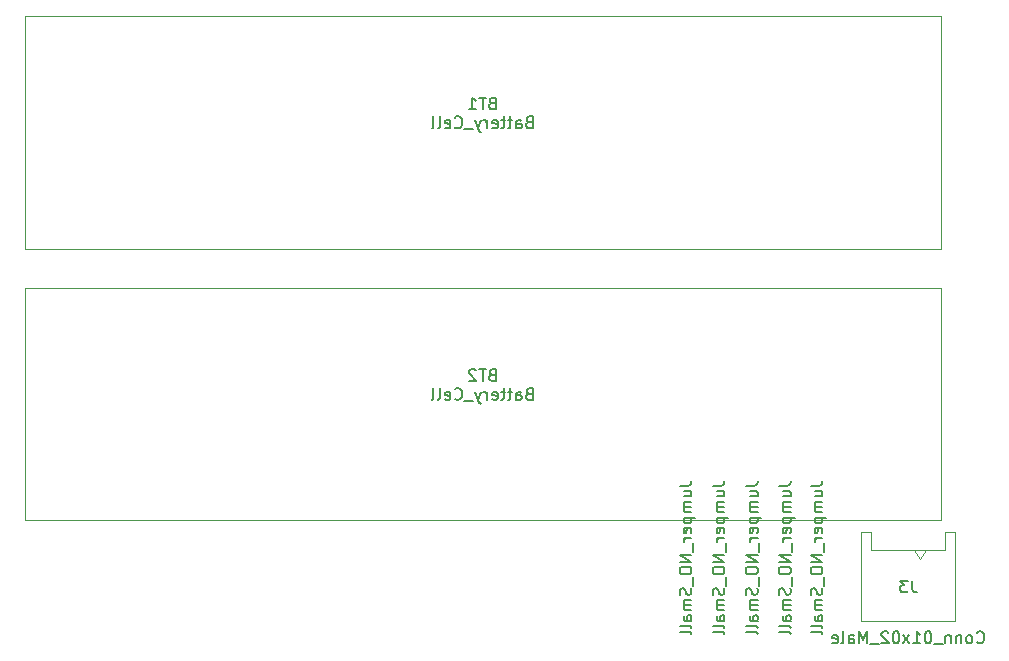
<source format=gbr>
G04 #@! TF.GenerationSoftware,KiCad,Pcbnew,(5.1.5-0-10_14)*
G04 #@! TF.CreationDate,2020-04-17T21:23:15+02:00*
G04 #@! TF.ProjectId,inuk-base,696e756b-2d62-4617-9365-2e6b69636164,rev?*
G04 #@! TF.SameCoordinates,Original*
G04 #@! TF.FileFunction,Other,Fab,Bot*
%FSLAX46Y46*%
G04 Gerber Fmt 4.6, Leading zero omitted, Abs format (unit mm)*
G04 Created by KiCad (PCBNEW (5.1.5-0-10_14)) date 2020-04-17 21:23:15*
%MOMM*%
%LPD*%
G04 APERTURE LIST*
%ADD10C,0.100000*%
%ADD11C,0.150000*%
G04 APERTURE END LIST*
D10*
X133000000Y-139107107D02*
X132500000Y-138400000D01*
X133500000Y-138400000D02*
X133000000Y-139107107D01*
X128050000Y-136800000D02*
X128050000Y-144400000D01*
X135950000Y-136800000D02*
X135950000Y-144400000D01*
X135950000Y-144400000D02*
X128050000Y-144400000D01*
X128850000Y-136800000D02*
X128050000Y-136800000D01*
X128850000Y-138400000D02*
X128850000Y-136800000D01*
X135150000Y-138400000D02*
X128850000Y-138400000D01*
X135150000Y-136800000D02*
X135150000Y-138400000D01*
X135950000Y-136800000D02*
X135150000Y-136800000D01*
X134800000Y-116150000D02*
X57200000Y-116150000D01*
X57200000Y-116150000D02*
X57200000Y-135850000D01*
X57200000Y-135850000D02*
X134800000Y-135850000D01*
X134800000Y-135850000D02*
X134800000Y-116150000D01*
X134800000Y-93150000D02*
X57200000Y-93150000D01*
X57200000Y-93150000D02*
X57200000Y-112850000D01*
X57200000Y-112850000D02*
X134800000Y-112850000D01*
X134800000Y-112850000D02*
X134800000Y-93150000D01*
D11*
X137833333Y-146157142D02*
X137880952Y-146204761D01*
X138023809Y-146252380D01*
X138119047Y-146252380D01*
X138261904Y-146204761D01*
X138357142Y-146109523D01*
X138404761Y-146014285D01*
X138452380Y-145823809D01*
X138452380Y-145680952D01*
X138404761Y-145490476D01*
X138357142Y-145395238D01*
X138261904Y-145300000D01*
X138119047Y-145252380D01*
X138023809Y-145252380D01*
X137880952Y-145300000D01*
X137833333Y-145347619D01*
X137261904Y-146252380D02*
X137357142Y-146204761D01*
X137404761Y-146157142D01*
X137452380Y-146061904D01*
X137452380Y-145776190D01*
X137404761Y-145680952D01*
X137357142Y-145633333D01*
X137261904Y-145585714D01*
X137119047Y-145585714D01*
X137023809Y-145633333D01*
X136976190Y-145680952D01*
X136928571Y-145776190D01*
X136928571Y-146061904D01*
X136976190Y-146157142D01*
X137023809Y-146204761D01*
X137119047Y-146252380D01*
X137261904Y-146252380D01*
X136500000Y-145585714D02*
X136500000Y-146252380D01*
X136500000Y-145680952D02*
X136452380Y-145633333D01*
X136357142Y-145585714D01*
X136214285Y-145585714D01*
X136119047Y-145633333D01*
X136071428Y-145728571D01*
X136071428Y-146252380D01*
X135595238Y-145585714D02*
X135595238Y-146252380D01*
X135595238Y-145680952D02*
X135547619Y-145633333D01*
X135452380Y-145585714D01*
X135309523Y-145585714D01*
X135214285Y-145633333D01*
X135166666Y-145728571D01*
X135166666Y-146252380D01*
X134928571Y-146347619D02*
X134166666Y-146347619D01*
X133738095Y-145252380D02*
X133642857Y-145252380D01*
X133547619Y-145300000D01*
X133500000Y-145347619D01*
X133452380Y-145442857D01*
X133404761Y-145633333D01*
X133404761Y-145871428D01*
X133452380Y-146061904D01*
X133500000Y-146157142D01*
X133547619Y-146204761D01*
X133642857Y-146252380D01*
X133738095Y-146252380D01*
X133833333Y-146204761D01*
X133880952Y-146157142D01*
X133928571Y-146061904D01*
X133976190Y-145871428D01*
X133976190Y-145633333D01*
X133928571Y-145442857D01*
X133880952Y-145347619D01*
X133833333Y-145300000D01*
X133738095Y-145252380D01*
X132452380Y-146252380D02*
X133023809Y-146252380D01*
X132738095Y-146252380D02*
X132738095Y-145252380D01*
X132833333Y-145395238D01*
X132928571Y-145490476D01*
X133023809Y-145538095D01*
X132119047Y-146252380D02*
X131595238Y-145585714D01*
X132119047Y-145585714D02*
X131595238Y-146252380D01*
X131023809Y-145252380D02*
X130928571Y-145252380D01*
X130833333Y-145300000D01*
X130785714Y-145347619D01*
X130738095Y-145442857D01*
X130690476Y-145633333D01*
X130690476Y-145871428D01*
X130738095Y-146061904D01*
X130785714Y-146157142D01*
X130833333Y-146204761D01*
X130928571Y-146252380D01*
X131023809Y-146252380D01*
X131119047Y-146204761D01*
X131166666Y-146157142D01*
X131214285Y-146061904D01*
X131261904Y-145871428D01*
X131261904Y-145633333D01*
X131214285Y-145442857D01*
X131166666Y-145347619D01*
X131119047Y-145300000D01*
X131023809Y-145252380D01*
X130309523Y-145347619D02*
X130261904Y-145300000D01*
X130166666Y-145252380D01*
X129928571Y-145252380D01*
X129833333Y-145300000D01*
X129785714Y-145347619D01*
X129738095Y-145442857D01*
X129738095Y-145538095D01*
X129785714Y-145680952D01*
X130357142Y-146252380D01*
X129738095Y-146252380D01*
X129547619Y-146347619D02*
X128785714Y-146347619D01*
X128547619Y-146252380D02*
X128547619Y-145252380D01*
X128214285Y-145966666D01*
X127880952Y-145252380D01*
X127880952Y-146252380D01*
X126976190Y-146252380D02*
X126976190Y-145728571D01*
X127023809Y-145633333D01*
X127119047Y-145585714D01*
X127309523Y-145585714D01*
X127404761Y-145633333D01*
X126976190Y-146204761D02*
X127071428Y-146252380D01*
X127309523Y-146252380D01*
X127404761Y-146204761D01*
X127452380Y-146109523D01*
X127452380Y-146014285D01*
X127404761Y-145919047D01*
X127309523Y-145871428D01*
X127071428Y-145871428D01*
X126976190Y-145823809D01*
X126357142Y-146252380D02*
X126452380Y-146204761D01*
X126500000Y-146109523D01*
X126500000Y-145252380D01*
X125595238Y-146204761D02*
X125690476Y-146252380D01*
X125880952Y-146252380D01*
X125976190Y-146204761D01*
X126023809Y-146109523D01*
X126023809Y-145728571D01*
X125976190Y-145633333D01*
X125880952Y-145585714D01*
X125690476Y-145585714D01*
X125595238Y-145633333D01*
X125547619Y-145728571D01*
X125547619Y-145823809D01*
X126023809Y-145919047D01*
X132333333Y-140952380D02*
X132333333Y-141666666D01*
X132380952Y-141809523D01*
X132476190Y-141904761D01*
X132619047Y-141952380D01*
X132714285Y-141952380D01*
X131952380Y-140952380D02*
X131333333Y-140952380D01*
X131666666Y-141333333D01*
X131523809Y-141333333D01*
X131428571Y-141380952D01*
X131380952Y-141428571D01*
X131333333Y-141523809D01*
X131333333Y-141761904D01*
X131380952Y-141857142D01*
X131428571Y-141904761D01*
X131523809Y-141952380D01*
X131809523Y-141952380D01*
X131904761Y-141904761D01*
X131952380Y-141857142D01*
X123752380Y-132904761D02*
X124466666Y-132904761D01*
X124609523Y-132857142D01*
X124704761Y-132761904D01*
X124752380Y-132619047D01*
X124752380Y-132523809D01*
X124085714Y-133809523D02*
X124752380Y-133809523D01*
X124085714Y-133380952D02*
X124609523Y-133380952D01*
X124704761Y-133428571D01*
X124752380Y-133523809D01*
X124752380Y-133666666D01*
X124704761Y-133761904D01*
X124657142Y-133809523D01*
X124752380Y-134285714D02*
X124085714Y-134285714D01*
X124180952Y-134285714D02*
X124133333Y-134333333D01*
X124085714Y-134428571D01*
X124085714Y-134571428D01*
X124133333Y-134666666D01*
X124228571Y-134714285D01*
X124752380Y-134714285D01*
X124228571Y-134714285D02*
X124133333Y-134761904D01*
X124085714Y-134857142D01*
X124085714Y-135000000D01*
X124133333Y-135095238D01*
X124228571Y-135142857D01*
X124752380Y-135142857D01*
X124085714Y-135619047D02*
X125085714Y-135619047D01*
X124133333Y-135619047D02*
X124085714Y-135714285D01*
X124085714Y-135904761D01*
X124133333Y-136000000D01*
X124180952Y-136047619D01*
X124276190Y-136095238D01*
X124561904Y-136095238D01*
X124657142Y-136047619D01*
X124704761Y-136000000D01*
X124752380Y-135904761D01*
X124752380Y-135714285D01*
X124704761Y-135619047D01*
X124704761Y-136904761D02*
X124752380Y-136809523D01*
X124752380Y-136619047D01*
X124704761Y-136523809D01*
X124609523Y-136476190D01*
X124228571Y-136476190D01*
X124133333Y-136523809D01*
X124085714Y-136619047D01*
X124085714Y-136809523D01*
X124133333Y-136904761D01*
X124228571Y-136952380D01*
X124323809Y-136952380D01*
X124419047Y-136476190D01*
X124752380Y-137380952D02*
X124085714Y-137380952D01*
X124276190Y-137380952D02*
X124180952Y-137428571D01*
X124133333Y-137476190D01*
X124085714Y-137571428D01*
X124085714Y-137666666D01*
X124847619Y-137761904D02*
X124847619Y-138523809D01*
X124752380Y-138761904D02*
X123752380Y-138761904D01*
X124752380Y-139333333D01*
X123752380Y-139333333D01*
X123752380Y-140000000D02*
X123752380Y-140190476D01*
X123800000Y-140285714D01*
X123895238Y-140380952D01*
X124085714Y-140428571D01*
X124419047Y-140428571D01*
X124609523Y-140380952D01*
X124704761Y-140285714D01*
X124752380Y-140190476D01*
X124752380Y-140000000D01*
X124704761Y-139904761D01*
X124609523Y-139809523D01*
X124419047Y-139761904D01*
X124085714Y-139761904D01*
X123895238Y-139809523D01*
X123800000Y-139904761D01*
X123752380Y-140000000D01*
X124847619Y-140619047D02*
X124847619Y-141380952D01*
X124704761Y-141571428D02*
X124752380Y-141714285D01*
X124752380Y-141952380D01*
X124704761Y-142047619D01*
X124657142Y-142095238D01*
X124561904Y-142142857D01*
X124466666Y-142142857D01*
X124371428Y-142095238D01*
X124323809Y-142047619D01*
X124276190Y-141952380D01*
X124228571Y-141761904D01*
X124180952Y-141666666D01*
X124133333Y-141619047D01*
X124038095Y-141571428D01*
X123942857Y-141571428D01*
X123847619Y-141619047D01*
X123800000Y-141666666D01*
X123752380Y-141761904D01*
X123752380Y-142000000D01*
X123800000Y-142142857D01*
X124752380Y-142571428D02*
X124085714Y-142571428D01*
X124180952Y-142571428D02*
X124133333Y-142619047D01*
X124085714Y-142714285D01*
X124085714Y-142857142D01*
X124133333Y-142952380D01*
X124228571Y-143000000D01*
X124752380Y-143000000D01*
X124228571Y-143000000D02*
X124133333Y-143047619D01*
X124085714Y-143142857D01*
X124085714Y-143285714D01*
X124133333Y-143380952D01*
X124228571Y-143428571D01*
X124752380Y-143428571D01*
X124752380Y-144333333D02*
X124228571Y-144333333D01*
X124133333Y-144285714D01*
X124085714Y-144190476D01*
X124085714Y-144000000D01*
X124133333Y-143904761D01*
X124704761Y-144333333D02*
X124752380Y-144238095D01*
X124752380Y-144000000D01*
X124704761Y-143904761D01*
X124609523Y-143857142D01*
X124514285Y-143857142D01*
X124419047Y-143904761D01*
X124371428Y-144000000D01*
X124371428Y-144238095D01*
X124323809Y-144333333D01*
X124752380Y-144952380D02*
X124704761Y-144857142D01*
X124609523Y-144809523D01*
X123752380Y-144809523D01*
X124752380Y-145476190D02*
X124704761Y-145380952D01*
X124609523Y-145333333D01*
X123752380Y-145333333D01*
X121052380Y-132904761D02*
X121766666Y-132904761D01*
X121909523Y-132857142D01*
X122004761Y-132761904D01*
X122052380Y-132619047D01*
X122052380Y-132523809D01*
X121385714Y-133809523D02*
X122052380Y-133809523D01*
X121385714Y-133380952D02*
X121909523Y-133380952D01*
X122004761Y-133428571D01*
X122052380Y-133523809D01*
X122052380Y-133666666D01*
X122004761Y-133761904D01*
X121957142Y-133809523D01*
X122052380Y-134285714D02*
X121385714Y-134285714D01*
X121480952Y-134285714D02*
X121433333Y-134333333D01*
X121385714Y-134428571D01*
X121385714Y-134571428D01*
X121433333Y-134666666D01*
X121528571Y-134714285D01*
X122052380Y-134714285D01*
X121528571Y-134714285D02*
X121433333Y-134761904D01*
X121385714Y-134857142D01*
X121385714Y-135000000D01*
X121433333Y-135095238D01*
X121528571Y-135142857D01*
X122052380Y-135142857D01*
X121385714Y-135619047D02*
X122385714Y-135619047D01*
X121433333Y-135619047D02*
X121385714Y-135714285D01*
X121385714Y-135904761D01*
X121433333Y-136000000D01*
X121480952Y-136047619D01*
X121576190Y-136095238D01*
X121861904Y-136095238D01*
X121957142Y-136047619D01*
X122004761Y-136000000D01*
X122052380Y-135904761D01*
X122052380Y-135714285D01*
X122004761Y-135619047D01*
X122004761Y-136904761D02*
X122052380Y-136809523D01*
X122052380Y-136619047D01*
X122004761Y-136523809D01*
X121909523Y-136476190D01*
X121528571Y-136476190D01*
X121433333Y-136523809D01*
X121385714Y-136619047D01*
X121385714Y-136809523D01*
X121433333Y-136904761D01*
X121528571Y-136952380D01*
X121623809Y-136952380D01*
X121719047Y-136476190D01*
X122052380Y-137380952D02*
X121385714Y-137380952D01*
X121576190Y-137380952D02*
X121480952Y-137428571D01*
X121433333Y-137476190D01*
X121385714Y-137571428D01*
X121385714Y-137666666D01*
X122147619Y-137761904D02*
X122147619Y-138523809D01*
X122052380Y-138761904D02*
X121052380Y-138761904D01*
X122052380Y-139333333D01*
X121052380Y-139333333D01*
X121052380Y-140000000D02*
X121052380Y-140190476D01*
X121100000Y-140285714D01*
X121195238Y-140380952D01*
X121385714Y-140428571D01*
X121719047Y-140428571D01*
X121909523Y-140380952D01*
X122004761Y-140285714D01*
X122052380Y-140190476D01*
X122052380Y-140000000D01*
X122004761Y-139904761D01*
X121909523Y-139809523D01*
X121719047Y-139761904D01*
X121385714Y-139761904D01*
X121195238Y-139809523D01*
X121100000Y-139904761D01*
X121052380Y-140000000D01*
X122147619Y-140619047D02*
X122147619Y-141380952D01*
X122004761Y-141571428D02*
X122052380Y-141714285D01*
X122052380Y-141952380D01*
X122004761Y-142047619D01*
X121957142Y-142095238D01*
X121861904Y-142142857D01*
X121766666Y-142142857D01*
X121671428Y-142095238D01*
X121623809Y-142047619D01*
X121576190Y-141952380D01*
X121528571Y-141761904D01*
X121480952Y-141666666D01*
X121433333Y-141619047D01*
X121338095Y-141571428D01*
X121242857Y-141571428D01*
X121147619Y-141619047D01*
X121100000Y-141666666D01*
X121052380Y-141761904D01*
X121052380Y-142000000D01*
X121100000Y-142142857D01*
X122052380Y-142571428D02*
X121385714Y-142571428D01*
X121480952Y-142571428D02*
X121433333Y-142619047D01*
X121385714Y-142714285D01*
X121385714Y-142857142D01*
X121433333Y-142952380D01*
X121528571Y-143000000D01*
X122052380Y-143000000D01*
X121528571Y-143000000D02*
X121433333Y-143047619D01*
X121385714Y-143142857D01*
X121385714Y-143285714D01*
X121433333Y-143380952D01*
X121528571Y-143428571D01*
X122052380Y-143428571D01*
X122052380Y-144333333D02*
X121528571Y-144333333D01*
X121433333Y-144285714D01*
X121385714Y-144190476D01*
X121385714Y-144000000D01*
X121433333Y-143904761D01*
X122004761Y-144333333D02*
X122052380Y-144238095D01*
X122052380Y-144000000D01*
X122004761Y-143904761D01*
X121909523Y-143857142D01*
X121814285Y-143857142D01*
X121719047Y-143904761D01*
X121671428Y-144000000D01*
X121671428Y-144238095D01*
X121623809Y-144333333D01*
X122052380Y-144952380D02*
X122004761Y-144857142D01*
X121909523Y-144809523D01*
X121052380Y-144809523D01*
X122052380Y-145476190D02*
X122004761Y-145380952D01*
X121909523Y-145333333D01*
X121052380Y-145333333D01*
X118252380Y-132904761D02*
X118966666Y-132904761D01*
X119109523Y-132857142D01*
X119204761Y-132761904D01*
X119252380Y-132619047D01*
X119252380Y-132523809D01*
X118585714Y-133809523D02*
X119252380Y-133809523D01*
X118585714Y-133380952D02*
X119109523Y-133380952D01*
X119204761Y-133428571D01*
X119252380Y-133523809D01*
X119252380Y-133666666D01*
X119204761Y-133761904D01*
X119157142Y-133809523D01*
X119252380Y-134285714D02*
X118585714Y-134285714D01*
X118680952Y-134285714D02*
X118633333Y-134333333D01*
X118585714Y-134428571D01*
X118585714Y-134571428D01*
X118633333Y-134666666D01*
X118728571Y-134714285D01*
X119252380Y-134714285D01*
X118728571Y-134714285D02*
X118633333Y-134761904D01*
X118585714Y-134857142D01*
X118585714Y-135000000D01*
X118633333Y-135095238D01*
X118728571Y-135142857D01*
X119252380Y-135142857D01*
X118585714Y-135619047D02*
X119585714Y-135619047D01*
X118633333Y-135619047D02*
X118585714Y-135714285D01*
X118585714Y-135904761D01*
X118633333Y-136000000D01*
X118680952Y-136047619D01*
X118776190Y-136095238D01*
X119061904Y-136095238D01*
X119157142Y-136047619D01*
X119204761Y-136000000D01*
X119252380Y-135904761D01*
X119252380Y-135714285D01*
X119204761Y-135619047D01*
X119204761Y-136904761D02*
X119252380Y-136809523D01*
X119252380Y-136619047D01*
X119204761Y-136523809D01*
X119109523Y-136476190D01*
X118728571Y-136476190D01*
X118633333Y-136523809D01*
X118585714Y-136619047D01*
X118585714Y-136809523D01*
X118633333Y-136904761D01*
X118728571Y-136952380D01*
X118823809Y-136952380D01*
X118919047Y-136476190D01*
X119252380Y-137380952D02*
X118585714Y-137380952D01*
X118776190Y-137380952D02*
X118680952Y-137428571D01*
X118633333Y-137476190D01*
X118585714Y-137571428D01*
X118585714Y-137666666D01*
X119347619Y-137761904D02*
X119347619Y-138523809D01*
X119252380Y-138761904D02*
X118252380Y-138761904D01*
X119252380Y-139333333D01*
X118252380Y-139333333D01*
X118252380Y-140000000D02*
X118252380Y-140190476D01*
X118300000Y-140285714D01*
X118395238Y-140380952D01*
X118585714Y-140428571D01*
X118919047Y-140428571D01*
X119109523Y-140380952D01*
X119204761Y-140285714D01*
X119252380Y-140190476D01*
X119252380Y-140000000D01*
X119204761Y-139904761D01*
X119109523Y-139809523D01*
X118919047Y-139761904D01*
X118585714Y-139761904D01*
X118395238Y-139809523D01*
X118300000Y-139904761D01*
X118252380Y-140000000D01*
X119347619Y-140619047D02*
X119347619Y-141380952D01*
X119204761Y-141571428D02*
X119252380Y-141714285D01*
X119252380Y-141952380D01*
X119204761Y-142047619D01*
X119157142Y-142095238D01*
X119061904Y-142142857D01*
X118966666Y-142142857D01*
X118871428Y-142095238D01*
X118823809Y-142047619D01*
X118776190Y-141952380D01*
X118728571Y-141761904D01*
X118680952Y-141666666D01*
X118633333Y-141619047D01*
X118538095Y-141571428D01*
X118442857Y-141571428D01*
X118347619Y-141619047D01*
X118300000Y-141666666D01*
X118252380Y-141761904D01*
X118252380Y-142000000D01*
X118300000Y-142142857D01*
X119252380Y-142571428D02*
X118585714Y-142571428D01*
X118680952Y-142571428D02*
X118633333Y-142619047D01*
X118585714Y-142714285D01*
X118585714Y-142857142D01*
X118633333Y-142952380D01*
X118728571Y-143000000D01*
X119252380Y-143000000D01*
X118728571Y-143000000D02*
X118633333Y-143047619D01*
X118585714Y-143142857D01*
X118585714Y-143285714D01*
X118633333Y-143380952D01*
X118728571Y-143428571D01*
X119252380Y-143428571D01*
X119252380Y-144333333D02*
X118728571Y-144333333D01*
X118633333Y-144285714D01*
X118585714Y-144190476D01*
X118585714Y-144000000D01*
X118633333Y-143904761D01*
X119204761Y-144333333D02*
X119252380Y-144238095D01*
X119252380Y-144000000D01*
X119204761Y-143904761D01*
X119109523Y-143857142D01*
X119014285Y-143857142D01*
X118919047Y-143904761D01*
X118871428Y-144000000D01*
X118871428Y-144238095D01*
X118823809Y-144333333D01*
X119252380Y-144952380D02*
X119204761Y-144857142D01*
X119109523Y-144809523D01*
X118252380Y-144809523D01*
X119252380Y-145476190D02*
X119204761Y-145380952D01*
X119109523Y-145333333D01*
X118252380Y-145333333D01*
X115452380Y-132904761D02*
X116166666Y-132904761D01*
X116309523Y-132857142D01*
X116404761Y-132761904D01*
X116452380Y-132619047D01*
X116452380Y-132523809D01*
X115785714Y-133809523D02*
X116452380Y-133809523D01*
X115785714Y-133380952D02*
X116309523Y-133380952D01*
X116404761Y-133428571D01*
X116452380Y-133523809D01*
X116452380Y-133666666D01*
X116404761Y-133761904D01*
X116357142Y-133809523D01*
X116452380Y-134285714D02*
X115785714Y-134285714D01*
X115880952Y-134285714D02*
X115833333Y-134333333D01*
X115785714Y-134428571D01*
X115785714Y-134571428D01*
X115833333Y-134666666D01*
X115928571Y-134714285D01*
X116452380Y-134714285D01*
X115928571Y-134714285D02*
X115833333Y-134761904D01*
X115785714Y-134857142D01*
X115785714Y-135000000D01*
X115833333Y-135095238D01*
X115928571Y-135142857D01*
X116452380Y-135142857D01*
X115785714Y-135619047D02*
X116785714Y-135619047D01*
X115833333Y-135619047D02*
X115785714Y-135714285D01*
X115785714Y-135904761D01*
X115833333Y-136000000D01*
X115880952Y-136047619D01*
X115976190Y-136095238D01*
X116261904Y-136095238D01*
X116357142Y-136047619D01*
X116404761Y-136000000D01*
X116452380Y-135904761D01*
X116452380Y-135714285D01*
X116404761Y-135619047D01*
X116404761Y-136904761D02*
X116452380Y-136809523D01*
X116452380Y-136619047D01*
X116404761Y-136523809D01*
X116309523Y-136476190D01*
X115928571Y-136476190D01*
X115833333Y-136523809D01*
X115785714Y-136619047D01*
X115785714Y-136809523D01*
X115833333Y-136904761D01*
X115928571Y-136952380D01*
X116023809Y-136952380D01*
X116119047Y-136476190D01*
X116452380Y-137380952D02*
X115785714Y-137380952D01*
X115976190Y-137380952D02*
X115880952Y-137428571D01*
X115833333Y-137476190D01*
X115785714Y-137571428D01*
X115785714Y-137666666D01*
X116547619Y-137761904D02*
X116547619Y-138523809D01*
X116452380Y-138761904D02*
X115452380Y-138761904D01*
X116452380Y-139333333D01*
X115452380Y-139333333D01*
X115452380Y-140000000D02*
X115452380Y-140190476D01*
X115500000Y-140285714D01*
X115595238Y-140380952D01*
X115785714Y-140428571D01*
X116119047Y-140428571D01*
X116309523Y-140380952D01*
X116404761Y-140285714D01*
X116452380Y-140190476D01*
X116452380Y-140000000D01*
X116404761Y-139904761D01*
X116309523Y-139809523D01*
X116119047Y-139761904D01*
X115785714Y-139761904D01*
X115595238Y-139809523D01*
X115500000Y-139904761D01*
X115452380Y-140000000D01*
X116547619Y-140619047D02*
X116547619Y-141380952D01*
X116404761Y-141571428D02*
X116452380Y-141714285D01*
X116452380Y-141952380D01*
X116404761Y-142047619D01*
X116357142Y-142095238D01*
X116261904Y-142142857D01*
X116166666Y-142142857D01*
X116071428Y-142095238D01*
X116023809Y-142047619D01*
X115976190Y-141952380D01*
X115928571Y-141761904D01*
X115880952Y-141666666D01*
X115833333Y-141619047D01*
X115738095Y-141571428D01*
X115642857Y-141571428D01*
X115547619Y-141619047D01*
X115500000Y-141666666D01*
X115452380Y-141761904D01*
X115452380Y-142000000D01*
X115500000Y-142142857D01*
X116452380Y-142571428D02*
X115785714Y-142571428D01*
X115880952Y-142571428D02*
X115833333Y-142619047D01*
X115785714Y-142714285D01*
X115785714Y-142857142D01*
X115833333Y-142952380D01*
X115928571Y-143000000D01*
X116452380Y-143000000D01*
X115928571Y-143000000D02*
X115833333Y-143047619D01*
X115785714Y-143142857D01*
X115785714Y-143285714D01*
X115833333Y-143380952D01*
X115928571Y-143428571D01*
X116452380Y-143428571D01*
X116452380Y-144333333D02*
X115928571Y-144333333D01*
X115833333Y-144285714D01*
X115785714Y-144190476D01*
X115785714Y-144000000D01*
X115833333Y-143904761D01*
X116404761Y-144333333D02*
X116452380Y-144238095D01*
X116452380Y-144000000D01*
X116404761Y-143904761D01*
X116309523Y-143857142D01*
X116214285Y-143857142D01*
X116119047Y-143904761D01*
X116071428Y-144000000D01*
X116071428Y-144238095D01*
X116023809Y-144333333D01*
X116452380Y-144952380D02*
X116404761Y-144857142D01*
X116309523Y-144809523D01*
X115452380Y-144809523D01*
X116452380Y-145476190D02*
X116404761Y-145380952D01*
X116309523Y-145333333D01*
X115452380Y-145333333D01*
X112652380Y-132904761D02*
X113366666Y-132904761D01*
X113509523Y-132857142D01*
X113604761Y-132761904D01*
X113652380Y-132619047D01*
X113652380Y-132523809D01*
X112985714Y-133809523D02*
X113652380Y-133809523D01*
X112985714Y-133380952D02*
X113509523Y-133380952D01*
X113604761Y-133428571D01*
X113652380Y-133523809D01*
X113652380Y-133666666D01*
X113604761Y-133761904D01*
X113557142Y-133809523D01*
X113652380Y-134285714D02*
X112985714Y-134285714D01*
X113080952Y-134285714D02*
X113033333Y-134333333D01*
X112985714Y-134428571D01*
X112985714Y-134571428D01*
X113033333Y-134666666D01*
X113128571Y-134714285D01*
X113652380Y-134714285D01*
X113128571Y-134714285D02*
X113033333Y-134761904D01*
X112985714Y-134857142D01*
X112985714Y-135000000D01*
X113033333Y-135095238D01*
X113128571Y-135142857D01*
X113652380Y-135142857D01*
X112985714Y-135619047D02*
X113985714Y-135619047D01*
X113033333Y-135619047D02*
X112985714Y-135714285D01*
X112985714Y-135904761D01*
X113033333Y-136000000D01*
X113080952Y-136047619D01*
X113176190Y-136095238D01*
X113461904Y-136095238D01*
X113557142Y-136047619D01*
X113604761Y-136000000D01*
X113652380Y-135904761D01*
X113652380Y-135714285D01*
X113604761Y-135619047D01*
X113604761Y-136904761D02*
X113652380Y-136809523D01*
X113652380Y-136619047D01*
X113604761Y-136523809D01*
X113509523Y-136476190D01*
X113128571Y-136476190D01*
X113033333Y-136523809D01*
X112985714Y-136619047D01*
X112985714Y-136809523D01*
X113033333Y-136904761D01*
X113128571Y-136952380D01*
X113223809Y-136952380D01*
X113319047Y-136476190D01*
X113652380Y-137380952D02*
X112985714Y-137380952D01*
X113176190Y-137380952D02*
X113080952Y-137428571D01*
X113033333Y-137476190D01*
X112985714Y-137571428D01*
X112985714Y-137666666D01*
X113747619Y-137761904D02*
X113747619Y-138523809D01*
X113652380Y-138761904D02*
X112652380Y-138761904D01*
X113652380Y-139333333D01*
X112652380Y-139333333D01*
X112652380Y-140000000D02*
X112652380Y-140190476D01*
X112700000Y-140285714D01*
X112795238Y-140380952D01*
X112985714Y-140428571D01*
X113319047Y-140428571D01*
X113509523Y-140380952D01*
X113604761Y-140285714D01*
X113652380Y-140190476D01*
X113652380Y-140000000D01*
X113604761Y-139904761D01*
X113509523Y-139809523D01*
X113319047Y-139761904D01*
X112985714Y-139761904D01*
X112795238Y-139809523D01*
X112700000Y-139904761D01*
X112652380Y-140000000D01*
X113747619Y-140619047D02*
X113747619Y-141380952D01*
X113604761Y-141571428D02*
X113652380Y-141714285D01*
X113652380Y-141952380D01*
X113604761Y-142047619D01*
X113557142Y-142095238D01*
X113461904Y-142142857D01*
X113366666Y-142142857D01*
X113271428Y-142095238D01*
X113223809Y-142047619D01*
X113176190Y-141952380D01*
X113128571Y-141761904D01*
X113080952Y-141666666D01*
X113033333Y-141619047D01*
X112938095Y-141571428D01*
X112842857Y-141571428D01*
X112747619Y-141619047D01*
X112700000Y-141666666D01*
X112652380Y-141761904D01*
X112652380Y-142000000D01*
X112700000Y-142142857D01*
X113652380Y-142571428D02*
X112985714Y-142571428D01*
X113080952Y-142571428D02*
X113033333Y-142619047D01*
X112985714Y-142714285D01*
X112985714Y-142857142D01*
X113033333Y-142952380D01*
X113128571Y-143000000D01*
X113652380Y-143000000D01*
X113128571Y-143000000D02*
X113033333Y-143047619D01*
X112985714Y-143142857D01*
X112985714Y-143285714D01*
X113033333Y-143380952D01*
X113128571Y-143428571D01*
X113652380Y-143428571D01*
X113652380Y-144333333D02*
X113128571Y-144333333D01*
X113033333Y-144285714D01*
X112985714Y-144190476D01*
X112985714Y-144000000D01*
X113033333Y-143904761D01*
X113604761Y-144333333D02*
X113652380Y-144238095D01*
X113652380Y-144000000D01*
X113604761Y-143904761D01*
X113509523Y-143857142D01*
X113414285Y-143857142D01*
X113319047Y-143904761D01*
X113271428Y-144000000D01*
X113271428Y-144238095D01*
X113223809Y-144333333D01*
X113652380Y-144952380D02*
X113604761Y-144857142D01*
X113509523Y-144809523D01*
X112652380Y-144809523D01*
X113652380Y-145476190D02*
X113604761Y-145380952D01*
X113509523Y-145333333D01*
X112652380Y-145333333D01*
X99904761Y-125128571D02*
X99761904Y-125176190D01*
X99714285Y-125223809D01*
X99666666Y-125319047D01*
X99666666Y-125461904D01*
X99714285Y-125557142D01*
X99761904Y-125604761D01*
X99857142Y-125652380D01*
X100238095Y-125652380D01*
X100238095Y-124652380D01*
X99904761Y-124652380D01*
X99809523Y-124700000D01*
X99761904Y-124747619D01*
X99714285Y-124842857D01*
X99714285Y-124938095D01*
X99761904Y-125033333D01*
X99809523Y-125080952D01*
X99904761Y-125128571D01*
X100238095Y-125128571D01*
X98809523Y-125652380D02*
X98809523Y-125128571D01*
X98857142Y-125033333D01*
X98952380Y-124985714D01*
X99142857Y-124985714D01*
X99238095Y-125033333D01*
X98809523Y-125604761D02*
X98904761Y-125652380D01*
X99142857Y-125652380D01*
X99238095Y-125604761D01*
X99285714Y-125509523D01*
X99285714Y-125414285D01*
X99238095Y-125319047D01*
X99142857Y-125271428D01*
X98904761Y-125271428D01*
X98809523Y-125223809D01*
X98476190Y-124985714D02*
X98095238Y-124985714D01*
X98333333Y-124652380D02*
X98333333Y-125509523D01*
X98285714Y-125604761D01*
X98190476Y-125652380D01*
X98095238Y-125652380D01*
X97904761Y-124985714D02*
X97523809Y-124985714D01*
X97761904Y-124652380D02*
X97761904Y-125509523D01*
X97714285Y-125604761D01*
X97619047Y-125652380D01*
X97523809Y-125652380D01*
X96809523Y-125604761D02*
X96904761Y-125652380D01*
X97095238Y-125652380D01*
X97190476Y-125604761D01*
X97238095Y-125509523D01*
X97238095Y-125128571D01*
X97190476Y-125033333D01*
X97095238Y-124985714D01*
X96904761Y-124985714D01*
X96809523Y-125033333D01*
X96761904Y-125128571D01*
X96761904Y-125223809D01*
X97238095Y-125319047D01*
X96333333Y-125652380D02*
X96333333Y-124985714D01*
X96333333Y-125176190D02*
X96285714Y-125080952D01*
X96238095Y-125033333D01*
X96142857Y-124985714D01*
X96047619Y-124985714D01*
X95809523Y-124985714D02*
X95571428Y-125652380D01*
X95333333Y-124985714D02*
X95571428Y-125652380D01*
X95666666Y-125890476D01*
X95714285Y-125938095D01*
X95809523Y-125985714D01*
X95190476Y-125747619D02*
X94428571Y-125747619D01*
X93619047Y-125557142D02*
X93666666Y-125604761D01*
X93809523Y-125652380D01*
X93904761Y-125652380D01*
X94047619Y-125604761D01*
X94142857Y-125509523D01*
X94190476Y-125414285D01*
X94238095Y-125223809D01*
X94238095Y-125080952D01*
X94190476Y-124890476D01*
X94142857Y-124795238D01*
X94047619Y-124700000D01*
X93904761Y-124652380D01*
X93809523Y-124652380D01*
X93666666Y-124700000D01*
X93619047Y-124747619D01*
X92809523Y-125604761D02*
X92904761Y-125652380D01*
X93095238Y-125652380D01*
X93190476Y-125604761D01*
X93238095Y-125509523D01*
X93238095Y-125128571D01*
X93190476Y-125033333D01*
X93095238Y-124985714D01*
X92904761Y-124985714D01*
X92809523Y-125033333D01*
X92761904Y-125128571D01*
X92761904Y-125223809D01*
X93238095Y-125319047D01*
X92190476Y-125652380D02*
X92285714Y-125604761D01*
X92333333Y-125509523D01*
X92333333Y-124652380D01*
X91666666Y-125652380D02*
X91761904Y-125604761D01*
X91809523Y-125509523D01*
X91809523Y-124652380D01*
X96785714Y-123528571D02*
X96642857Y-123576190D01*
X96595238Y-123623809D01*
X96547619Y-123719047D01*
X96547619Y-123861904D01*
X96595238Y-123957142D01*
X96642857Y-124004761D01*
X96738095Y-124052380D01*
X97119047Y-124052380D01*
X97119047Y-123052380D01*
X96785714Y-123052380D01*
X96690476Y-123100000D01*
X96642857Y-123147619D01*
X96595238Y-123242857D01*
X96595238Y-123338095D01*
X96642857Y-123433333D01*
X96690476Y-123480952D01*
X96785714Y-123528571D01*
X97119047Y-123528571D01*
X96261904Y-123052380D02*
X95690476Y-123052380D01*
X95976190Y-124052380D02*
X95976190Y-123052380D01*
X95404761Y-123147619D02*
X95357142Y-123100000D01*
X95261904Y-123052380D01*
X95023809Y-123052380D01*
X94928571Y-123100000D01*
X94880952Y-123147619D01*
X94833333Y-123242857D01*
X94833333Y-123338095D01*
X94880952Y-123480952D01*
X95452380Y-124052380D01*
X94833333Y-124052380D01*
X99904761Y-102128571D02*
X99761904Y-102176190D01*
X99714285Y-102223809D01*
X99666666Y-102319047D01*
X99666666Y-102461904D01*
X99714285Y-102557142D01*
X99761904Y-102604761D01*
X99857142Y-102652380D01*
X100238095Y-102652380D01*
X100238095Y-101652380D01*
X99904761Y-101652380D01*
X99809523Y-101700000D01*
X99761904Y-101747619D01*
X99714285Y-101842857D01*
X99714285Y-101938095D01*
X99761904Y-102033333D01*
X99809523Y-102080952D01*
X99904761Y-102128571D01*
X100238095Y-102128571D01*
X98809523Y-102652380D02*
X98809523Y-102128571D01*
X98857142Y-102033333D01*
X98952380Y-101985714D01*
X99142857Y-101985714D01*
X99238095Y-102033333D01*
X98809523Y-102604761D02*
X98904761Y-102652380D01*
X99142857Y-102652380D01*
X99238095Y-102604761D01*
X99285714Y-102509523D01*
X99285714Y-102414285D01*
X99238095Y-102319047D01*
X99142857Y-102271428D01*
X98904761Y-102271428D01*
X98809523Y-102223809D01*
X98476190Y-101985714D02*
X98095238Y-101985714D01*
X98333333Y-101652380D02*
X98333333Y-102509523D01*
X98285714Y-102604761D01*
X98190476Y-102652380D01*
X98095238Y-102652380D01*
X97904761Y-101985714D02*
X97523809Y-101985714D01*
X97761904Y-101652380D02*
X97761904Y-102509523D01*
X97714285Y-102604761D01*
X97619047Y-102652380D01*
X97523809Y-102652380D01*
X96809523Y-102604761D02*
X96904761Y-102652380D01*
X97095238Y-102652380D01*
X97190476Y-102604761D01*
X97238095Y-102509523D01*
X97238095Y-102128571D01*
X97190476Y-102033333D01*
X97095238Y-101985714D01*
X96904761Y-101985714D01*
X96809523Y-102033333D01*
X96761904Y-102128571D01*
X96761904Y-102223809D01*
X97238095Y-102319047D01*
X96333333Y-102652380D02*
X96333333Y-101985714D01*
X96333333Y-102176190D02*
X96285714Y-102080952D01*
X96238095Y-102033333D01*
X96142857Y-101985714D01*
X96047619Y-101985714D01*
X95809523Y-101985714D02*
X95571428Y-102652380D01*
X95333333Y-101985714D02*
X95571428Y-102652380D01*
X95666666Y-102890476D01*
X95714285Y-102938095D01*
X95809523Y-102985714D01*
X95190476Y-102747619D02*
X94428571Y-102747619D01*
X93619047Y-102557142D02*
X93666666Y-102604761D01*
X93809523Y-102652380D01*
X93904761Y-102652380D01*
X94047619Y-102604761D01*
X94142857Y-102509523D01*
X94190476Y-102414285D01*
X94238095Y-102223809D01*
X94238095Y-102080952D01*
X94190476Y-101890476D01*
X94142857Y-101795238D01*
X94047619Y-101700000D01*
X93904761Y-101652380D01*
X93809523Y-101652380D01*
X93666666Y-101700000D01*
X93619047Y-101747619D01*
X92809523Y-102604761D02*
X92904761Y-102652380D01*
X93095238Y-102652380D01*
X93190476Y-102604761D01*
X93238095Y-102509523D01*
X93238095Y-102128571D01*
X93190476Y-102033333D01*
X93095238Y-101985714D01*
X92904761Y-101985714D01*
X92809523Y-102033333D01*
X92761904Y-102128571D01*
X92761904Y-102223809D01*
X93238095Y-102319047D01*
X92190476Y-102652380D02*
X92285714Y-102604761D01*
X92333333Y-102509523D01*
X92333333Y-101652380D01*
X91666666Y-102652380D02*
X91761904Y-102604761D01*
X91809523Y-102509523D01*
X91809523Y-101652380D01*
X96785714Y-100528571D02*
X96642857Y-100576190D01*
X96595238Y-100623809D01*
X96547619Y-100719047D01*
X96547619Y-100861904D01*
X96595238Y-100957142D01*
X96642857Y-101004761D01*
X96738095Y-101052380D01*
X97119047Y-101052380D01*
X97119047Y-100052380D01*
X96785714Y-100052380D01*
X96690476Y-100100000D01*
X96642857Y-100147619D01*
X96595238Y-100242857D01*
X96595238Y-100338095D01*
X96642857Y-100433333D01*
X96690476Y-100480952D01*
X96785714Y-100528571D01*
X97119047Y-100528571D01*
X96261904Y-100052380D02*
X95690476Y-100052380D01*
X95976190Y-101052380D02*
X95976190Y-100052380D01*
X94833333Y-101052380D02*
X95404761Y-101052380D01*
X95119047Y-101052380D02*
X95119047Y-100052380D01*
X95214285Y-100195238D01*
X95309523Y-100290476D01*
X95404761Y-100338095D01*
M02*

</source>
